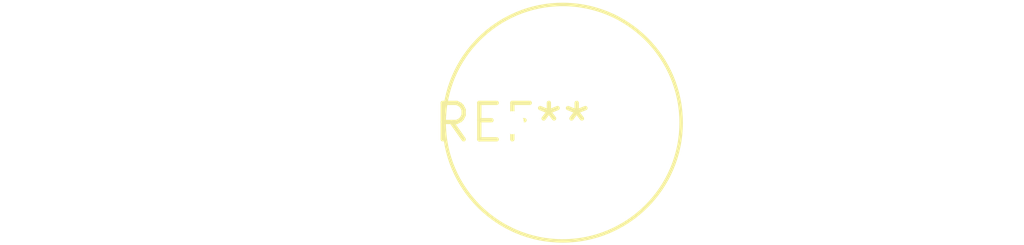
<source format=kicad_pcb>
(kicad_pcb (version 20240108) (generator pcbnew)
  (layers (0 "F.Cu" signal) (31 "B.Cu" signal) (34 "B.Paste" user) (35 "F.Paste" user) (36 "B.SilkS" user "B.Silkscreen") (37 "F.SilkS" user "F.Silkscreen") (38 "B.Mask" user) (39 "F.Mask" user) (44 "Edge.Cuts" user))
  (net 0 "")
  (footprint "C_Radial_D8.0mm_H7.0mm_P3.50mm" (layer "F.Cu") (at 0 0)
    (property "Reference" "REF**")
    (property "Value" "C_Radial_D8.0mm_H7.0mm_P3.50mm")
    (fp_circle (center 1.75 0) (end 5.87 0) (layer "F.SilkS") (stroke (width 0.12)) (fill none))
    (pad "1" thru_hole circle (at 0 0) (size 1.6 1.6) (drill 0.8) (layers *.Cu *.Mask) (remove_unused_layers))
    (pad "2" thru_hole circle (at 3.5 0) (size 1.6 1.6) (drill 0.8) (layers *.Cu *.Mask) (remove_unused_layers))
  )
)
</source>
